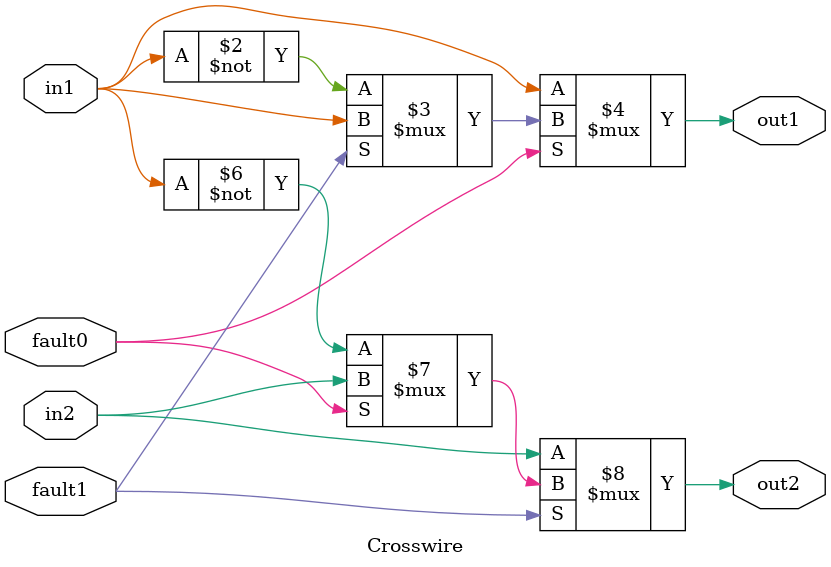
<source format=v>


module Crosswire (in1, in2, out1, out2, fault0, fault1);
	input in1, in2,  fault0, fault1;
	output out1, out2;
	// if ~fault1 && fault0  out1  is ~in1
	// if   fault1  && ~fault0 out2 is ~in1 (interference) 
	assign out1 = fault0 ? (~fault1 ? ~in1 : in1) : in1;
	assign out2 = fault1 ? (~fault0 ? ~in1 :in2)  : in2 ;
endmodule



</source>
